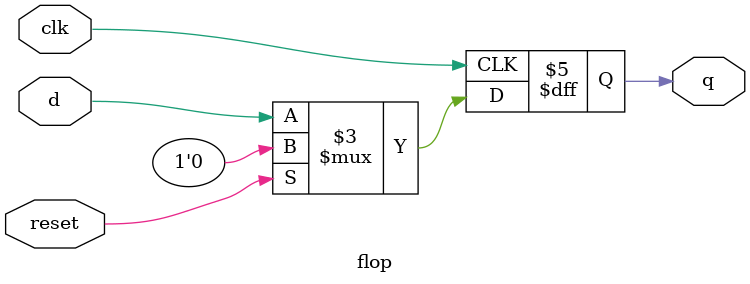
<source format=v>

/****************************************************************************
 * flop.v
 ****************************************************************************/

module flop
		#(parameter Bits=1)
		(
		input clk,
		input reset,
		input [Bits-1:0] d,
		output reg [Bits-1:0] q
		);

always @(posedge clk) begin
	if (reset)
		q <= 0;
	else
		q <= d;
end

endmodule




</source>
